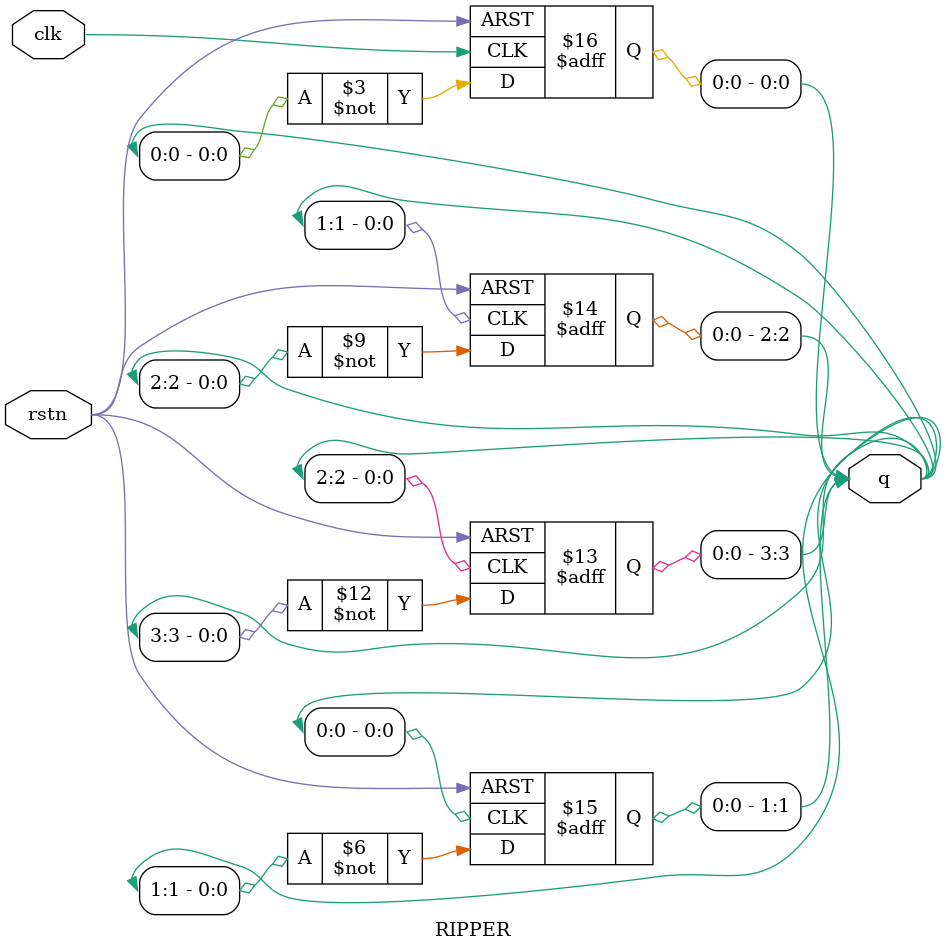
<source format=v>
module RIPPER (clk, rstn, q);
  input clk, rstn;       
  output [3:0] q;        
  reg [3:0] q;
  
  always @(posedge clk or negedge rstn)
    if (!rstn)
      q[0] <= 0;
    else
      q[0] <= ~q[0];
  always @(negedge q[0] or negedge rstn)
    if (!rstn)
      q[1] <= 0;
    else
      q[1] <= ~q[1];
  always @(negedge q[1] or negedge rstn)
    if (!rstn)
      q[2] <= 0;
    else
      q[2] <= ~q[2];

  always @(negedge q[2] or negedge rstn)
    if (!rstn)
      q[3] <= 0;
    else
      q[3] <= ~q[3];

endmodule

</source>
